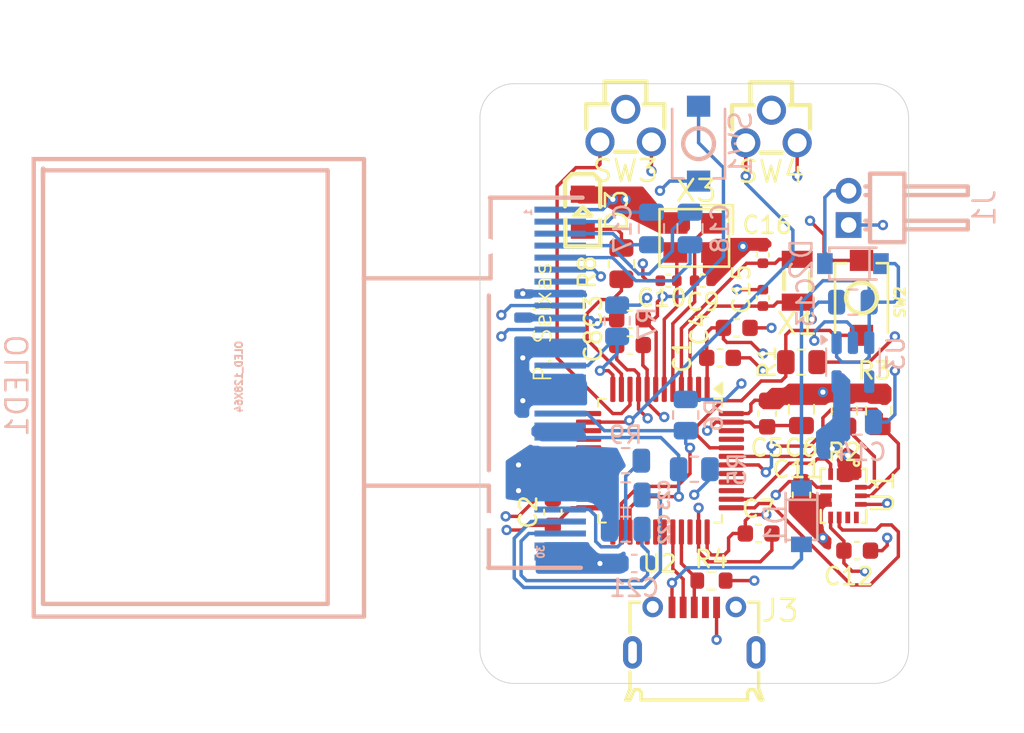
<source format=kicad_pcb>
(kicad_pcb (version 20240108) (generator "pcbnew") (generator_version "8.0")
  (layers (0 "F.Cu" signal) (1 "In1.Cu" power "GND") (2 "In2.Cu" power "PWR") (31 "B.Cu" signal) (34 "B.Paste" user) (35 "F.Paste" user) (36 "B.SilkS" user "B.Silkscreen") (37 "F.SilkS" user "F.Silkscreen") (38 "B.Mask" user) (39 "F.Mask" user) (44 "Edge.Cuts" user))
  (net 0 "")
  (net 1 "+3V3")
  (net 2 "GND")
  (net 3 "Net-(D1-A)")
  (net 4 "D-")
  (net 5 "D+")
  (net 7 "Net-(U2-PA0)")
  (net 8 "Net-(U2-NRST)")
  (net 9 "OSC_IN")
  (net 10 "OSC_OUT")
  (net 11 "VBUS")
  (net 12 "OSC32_IN")
  (net 13 "OSC32_OUT")
  (net 14 "Net-(OLED1-C2N)")
  (net 15 "Net-(OLED1-C2P)")
  (net 16 "Net-(OLED1-C1N)")
  (net 17 "Net-(OLED1-C1P)")
  (net 18 "Net-(OLED1-VCC)")
  (net 19 "Net-(OLED1-VCOMH)")
  (net 20 "Net-(D2-A)")
  (net 21 "Net-(U2-BOOT0)")
  (net 22 "SDA")
  (net 23 "SCL")
  (net 24 "SDA_2")
  (net 25 "SCL_2")
  (net 26 "RES")
  (net 27 "Net-(D3-A)")
  (net 28 "Net-(OLED1-IREF)")
  (net 32 "Net-(U2-PA4)")
  (net 35 "Net-(U2-PA1)")
  (net 40 "INT2")
  (net 47 "INT1")
  (footprint "Capacitor_SMD:C_0603_1608Metric" (layer "F.Cu") (at 53.75 79.5 -90)
    (property "Reference" "C11")
    (property "Value" "100nF")
  )
  (footprint "MountingHole:MountingHole_2.2mm_M2" (layer "F.Cu") (at 57.25 58.25)
    (property "Reference" "REF**" (hide yes))
    (property "Value" "MountingHole_2.2mm_M2")
  )
  (footprint "Resistor_SMD:R_0805_2012Metric" (layer "F.Cu") (at 58.25 74.5875 90)
    (property "Reference" "R3")
    (property "Value" "10kR")
  )
  (footprint "Watch-PCB-Lib:MICRO-USB-SMD_5P-P0.65-H-F_C10418" (layer "F.Cu") (at 47.5 87.36255)
    (property "Reference" "J3")
    (property "Value" "USB_B_Micro")
  )
  (footprint "Watch-PCB-Lib:SW-SMD_L3.9-W3.0-P4.45" (layer "F.Cu") (at 57.25 68 -90)
    (property "Reference" "SW2")
    (property "Value" "SW_Push")
  )
  (footprint "Watch-PCB-Lib:SW-Horz" (layer "F.Cu") (at 43.5 57.9499 180)
    (property "Reference" "SW3")
    (property "Value" "SW_Push")
  )
  (footprint "Capacitor_SMD:C_0603_1608Metric" (layer "F.Cu") (at 43.75 69.25 180)
    (property "Reference" "C8")
    (property "Value" "100nF")
  )
  (footprint "Capacitor_SMD:C_0603_1608Metric" (layer "F.Cu") (at 39.25 80.5 90)
    (property "Reference" "C2")
    (property "Value" "100nF")
  )
  (footprint "Watch-PCB-Lib:SW-Horz" (layer "F.Cu") (at 52 58 180)
    (property "Reference" "SW4")
    (property "Value" "SW_Push")
  )
  (footprint "Capacitor_SMD:C_0402_1005Metric" (layer "F.Cu") (at 46 67 180)
    (property "Reference" "C10")
    (property "Value" "10pF")
  )
  (footprint "Capacitor_SMD:C_0603_1608Metric" (layer "F.Cu") (at 57 82.75)
    (property "Reference" "C12")
    (property "Value" "100nF")
  )
  (footprint "Capacitor_SMD:C_0805_2012Metric" (layer "F.Cu") (at 53.75 74.5 -90)
    (property "Reference" "C6")
    (property "Value" "1uF")
  )
  (footprint "Watch-PCB-Lib:CRYSTAL-SMD_4P-L3.2-W2.5-BL" (layer "F.Cu") (at 47.5 64.5 180)
    (property "Reference" "X3")
    (property "Value" "TAXM8M4RDBCCT2T")
  )
  (footprint "Capacitor_SMD:C_0402_1005Metric" (layer "F.Cu") (at 51.5 68 90)
    (property "Reference" "C15")
    (property "Value" "15pF")
  )
  (footprint "Capacitor_SMD:C_0402_1005Metric" (layer "F.Cu") (at 51.5 65.5 90)
    (property "Reference" "C16")
    (property "Value" "15pF")
  )
  (footprint "Resistor_SMD:R_0805_2012Metric" (layer "F.Cu") (at 43.25 66 90)
    (property "Reference" "R8")
    (property "Value" "260")
  )
  (footprint "Watch-PCB-Lib:LGA-14_L3.0-W2.5-P0.50-TL" (layer "F.Cu") (at 56.2 79.5502 -90)
    (property "Reference" "U1")
    (property "Value" "LSM6DS3TR-C")
  )
  (footprint "Capacitor_SMD:C_0603_1608Metric" (layer "F.Cu") (at 51.75 74.75 -90)
    (property "Reference" "C5")
    (property "Value" "100nF")
  )
  (footprint "Capacitor_SMD:C_0603_1608Metric" (layer "F.Cu") (at 49 71.5)
    (property "Reference" "C1")
    (property "Value" "100nF")
  )
  (footprint "Capacitor_SMD:C_0402_1005Metric" (layer "F.Cu") (at 48 67)
    (property "Reference" "C9")
    (property "Value" "10pF")
  )
  (footprint "Resistor_SMD:R_0805_2012Metric" (layer "F.Cu") (at 56.25 74.5875 90)
    (property "Reference" "R2")
    (property "Value" "10kR")
  )
  (footprint "Resistor_SMD:R_0603_1608Metric" (layer "F.Cu") (at 48.5 84.5 180)
    (property "Reference" "R4")
    (property "Value" "1.5k")
  )
  (footprint "Package_QFP:LQFP-48_7x7mm_P0.5mm" (layer "F.Cu") (at 45.5 77.5 -90)
    (property "Reference" "U2")
    (property "Value" "STM32L072CBTx")
  )
  (footprint "MountingHole:MountingHole_2.2mm_M2" (layer "F.Cu") (at 57 87.75)
    (property "Reference" "REF**" (hide yes))
    (property "Value" "MountingHole_2.2mm_M2")
  )
  (footprint "Capacitor_SMD:C_0603_1608Metric" (layer "F.Cu") (at 43.75 70.75)
    (property "Reference" "C3")
    (property "Value" "100nF")
  )
  (footprint "Resistor_SMD:R_0805_2012Metric" (layer "F.Cu") (at 53.75 71.75 180)
    (property "Reference" "R1")
    (property "Value" "10kR")
  )
  (footprint "MountingHole:MountingHole_2.2mm_M2" (layer "F.Cu") (at 38 87.75)
    (property "Reference" "REF**" (hide yes))
    (property "Value" "MountingHole_2.2mm_M2")
  )
  (footprint "Watch-PCB-Lib:LED0805-R-RD" (layer "F.Cu") (at 41 63 -90)
    (property "Reference" "D3")
    (property "Value" "LED")
  )
  (footprint "Capacitor_SMD:C_0603_1608Metric" (layer "F.Cu") (at 49.975 69.75)
    (property "Reference" "C4")
    (property "Value" "10uF")
  )
  (footprint "Watch-PCB-Lib:FC-135R_L3.2-W1.5" (layer "F.Cu") (at 53.5 67 90)
    (property "Reference" "X1")
    (property "Value" "Q13FC1350000400")
  )
  (footprint "Capacitor_SMD:C_0603_1608Metric" (layer "F.Cu") (at 51.25 81.75)
    (property "Reference" "C7")
    (property "Value" "100nF")
  )
  (footprint "MountingHole:MountingHole_2.2mm_M2" (layer "F.Cu") (at 37.75 58.25)
    (property "Reference" "REF**" (hide yes))
    (property "Value" "MountingHole_2.2mm_M2")
  )
  (footprint "Watch-PCB-Lib:SOD-123_L2.7-W1.6-LS3.7-RD" (layer "B.Cu") (at 56.75 66 180)
    (property "Reference" "D2")
    (property "Value" "1N5819")
  )
  (footprint "Watch-PCB-Lib:SOD-123_L2.7-W1.6-LS3.7-RD" (layer "B.Cu") (at 53.75 80.75 -90)
    (property "Reference" "D1")
    (property "Value" "1N5819")
  )
  (footprint "Capacitor_SMD:C_0805_2012Metric" (layer "B.Cu") (at 57 75.25)
    (property "Reference" "C14")
    (property "Value" "1uF")
  )
  (footprint "Resistor_SMD:R_0805_2012Metric" (layer "B.Cu") (at 43 69.3375 -90)
    (property "Reference" "R7")
    (property "Value" "10kR")
  )
  (footprint "Watch-PCB-Lib:HDR-TH_2P-P2.00-H-M_2005WR-2P" (layer "B.Cu") (at 56.5 62.75 90)
    (property "Reference" "J1")
    (property "Value" "Conn_01x02_MountingPin")
  )
  (footprint "Capacitor_SMD:C_0805_2012Metric" (layer "B.Cu") (at 45 63.95 -90)
    (property "Reference" "C17")
    (property "Value" "1uF")
  )
  (footprint "Watch-PCB-Lib:OLED_0.96-30P-P0.70-12864" (layer "B.Cu") (at 39.6801 73 -90)
    (property "Reference" "OLED1")
    (property "Value" "N096-2864KSWEG01-H30")
  )
  (footprint "Capacitor_SMD:C_0805_2012Metric" (layer "B.Cu") (at 47.25 63.95 -90)
    (property "Reference" "C18")
    (property "Value" "1uF")
  )
  (footprint "Capacitor_SMD:C_0603_1608Metric" (layer "B.Cu") (at 44 83.5)
    (property "Reference" "C21")
    (property "Value" "100nF")
  )
  (footprint "Resistor_SMD:R_0805_2012Metric" (layer "B.Cu") (at 47.5 78)
    (property "Reference" "R5")
    (property "Value" "10kR")
  )
  (footprint "Resistor_SMD:R_0805_2012Metric" (layer "B.Cu") (at 47 74.8375 90)
    (property "Reference" "R6")
    (property "Value" "10kR")
  )
  (footprint "Package_TO_SOT_SMD:SOT-23-5" (layer "B.Cu") (at 56.75 71.75 -90)
    (property "Reference" "U3")
    (property "Value" "AP2112K-3.3")
  )
  (footprint "Capacitor_SMD:C_0805_2012Metric" (layer "B.Cu") (at 43.5 81.5)
    (property "Reference" "C22")
    (property "Value" "2uF")
  )
  (footprint "Capacitor_SMD:C_0805_2012Metric" (layer "B.Cu") (at 56.75 68.25 180)
    (property "Reference" "C13")
    (property "Value" "1uF")
  )
  (footprint "Resistor_SMD:R_0805_2012Metric" (layer "B.Cu") (at 43.5 77.5)
    (property "Reference" "R9")
    (property "Value" "390kR")
  )
  (footprint "Capacitor_SMD:C_0805_2012Metric" (layer "B.Cu") (at 43.5 79.5)
    (property "Reference" "C23")
    (property "Value" "1uF")
  )
  (footprint "Watch-PCB-Lib:SW-SMD_L3.9-W3.0-P4.45" (layer "B.Cu") (at 47.75 59 90)
    (property "Reference" "SW1")
    (property "Value" "SW_Push")
  )
  (gr_arc (start 58 55.5) (mid 59.414214 56.085786) (end 60 57.5) (stroke (width 0.05)) (layer "Edge.Cuts"))
  (gr_line (start 60 57.5) (end 60 88.5) (stroke (width 0.05)) (layer "Edge.Cuts"))
  (gr_arc (start 35 57.5) (mid 35.585786 56.085786) (end 37 55.5) (stroke (width 0.05)) (layer "Edge.Cuts"))
  (gr_arc (start 37 90.5) (mid 35.585786 89.914214) (end 35 88.5) (stroke (width 0.05)) (layer "Edge.Cuts"))
  (gr_arc (start 60 88.5) (mid 59.414214 89.914214) (end 58 90.5) (stroke (width 0.05)) (layer "Edge.Cuts"))
  (gr_line (start 35 88.5) (end 35 57.5) (stroke (width 0.05)) (layer "Edge.Cuts"))
  (gr_line (start 37 55.5) (end 58 55.5) (stroke (width 0.05)) (layer "Edge.Cuts"))
  (gr_line (start 58 90.5) (end 37 90.5) (stroke (width 0.05)) (layer "Edge.Cuts"))
  (gr_text "P. Seixas" (at 39.25 73 90) (layer "F.SilkS") (effects (font (size 1 1) (thickness 0.1)) (justify left bottom)))
  (segment (start 56.225 83.475) (end 56.225 82.75) (width 0.2) (layer "F.Cu") (net 1))
  (segment (start 51.025 73.975) (end 51.75 73.975) (width 0.2) (layer "F.Cu") (net 1))
  (segment (start 58.6998 80.0502) (end 58.75 80) (width 0.3) (layer "F.Cu") (net 1))
  (segment (start 50.475 81.75) (end 49.75 81.75) (width 0.2) (layer "F.Cu") (net 1))
  (segment (start 58 73.675) (end 58 73.5) (width 0.3) (layer "F.Cu") (net 1))
  (segment (start 40.35 80.25) (end 41.3375 80.25) (width 0.2) (layer "F.Cu") (net 1))
  (segment (start 49.75 81.75) (end 49.5 82) (width 0.2) (layer "F.Cu") (net 1))
  (segment (start 51.181371 80.648529) (end 51.1799 80.65) (width 0.2) (layer "F.Cu") (net 1))
  (segment (start 48.5 83) (end 48.25 82.75) (width 0.2) (layer "F.Cu") (net 1))
  (segment (start 53.75 78.725) (end 53.025 78.725) (width 0.2) (layer "F.Cu") (net 1))
  (segment (start 50.8 74.6) (end 50.8 74.2) (width 0.2) (layer "F.Cu") (net 1))
  (segment (start 51.1799 80.65) (end 50.825 80.65) (width 0.2) (layer "F.Cu") (net 1))
  (segment (start 50.8 70.6) (end 51.45 71.25) (width 0.2) (layer "F.Cu") (net 1))
  (segment (start 36.558559 81.547857) (end 37.452143 81.547857) (width 0.2) (layer "F.Cu") (net 1))
  (segment (start 55.1876 79.0502) (end 54.6502 79.0502) (width 0.2) (layer "F.Cu") (net 1))
  (segment (start 48.25 71.57) (end 48.18 71.5) (width 0.2) (layer "F.Cu") (net 1))
  (segment (start 55.875 73.55) (end 56 73.675) (width 0.3) (layer "F.Cu") (net 1))
  (segment (start 55.0651 65.3151) (end 55.5651 65.8151) (width 0.2) (layer "F.Cu") (net 1))
  (segment (start 49.4 70.6) (end 50.8 70.6) (width 0.2) (layer "F.Cu") (net 1))
  (segment (start 57.2124 80.0502) (end 58.6998 80.0502) (width 0.2) (layer "F.Cu") (net 1))
  (segment (start 54.325 78.725) (end 53.75 78.725) (width 0.2) (layer "F.Cu") (net 1))
  (segment (start 44.25 73.3375) (end 44.25 74.5) (width 0.2) (layer "F.Cu") (net 1))
  (segment (start 42.975 70.75) (end 42.975 71.593628) (width 0.2) (layer "F.Cu") (net 1))
  (segment (start 48.225 70.0375) (end 48.5125 69.75) (width 0.2) (layer "F.Cu") (net 1))
  (segment (start 54.6502 79.0502) (end 54.325 78.725) (width 0.2) (layer "F.Cu") (net 1))
  (segment (start 49.2 69.75) (end 49.2 70.4) (width 0.2) (layer "F.Cu") (net 1))
  (segment (start 44.25 72.45) (end 44.25 73.3375) (width 0.2) (layer "F.Cu") (net 1))
  (segment (start 55.5651 65.8151) (end 57.25 65.8151) (width 0.2) (layer "F.Cu") (net 1))
  (segment (start 49.325 84.5) (end 51 84.5) (width 0.2) (layer "F.Cu") (net 1))
  (segment (start 53.025 78.725) (end 52.25 79.5) (width 0.2) (layer "F.Cu") (net 1))
  (segment (start 56.225 82.19389) (end 56.225 82.75) (width 0.2) (layer "F.Cu") (net 1))
  (segment (start 49.5 82) (end 49.5 82.75) (width 0.2) (layer "F.Cu") (net 1))
  (segment (start 56.225 82.75) (end 56.3676 82.6074) (width 0.3) (layer "F.Cu") (net 1))
  (segment (start 49.5 82.75) (end 49.25 83) (width 0.2) (layer "F.Cu") (net 1))
  (segment (start 48.25 71.725) (end 48.475 71.5) (width 0.2) (layer "F.Cu") (net 1))
  (segment (start 42.975 71.593628) (end 43.581372 72.2) (width 0.2) (layer "F.Cu") (net 1))
  (segment (start 50.65 74.75) (end 50.8 74.6) (width 0.2) (layer "F.Cu") (net 1))
  (segment (start 50.8 74.2) (end 51.025 73.975) (width 0.2) (layer "F.Cu") (net 1))
  (segment (start 55.4499 80.8122) (end 55.4499 81.41879) (width 0.2) (layer "F.Cu") (net 1))
  (segment (start 50.475 81) (end 50.475 81.75) (width 0.2) (layer "F.Cu") (net 1))
  (segment (start 43.581372 72.2) (end 44 72.2) (width 0.2) (layer "F.Cu") (net 1))
  (segment (start 51.45 71.25) (end 51.5 71.25) (width 0.2) (layer "F.Cu") (net 1))
  (segment (start 41.3375 80.25) (end 42.17812 80.25) (width 0.3) (layer "F.Cu") (net 1))
  (segment (start 49.25 83) (end 48.5 83) (width 0.2) (layer "F.Cu") (net 1))
  (segment (start 55.0651 64.3151) (end 55.0651 65.3151) (width 0.2) (layer "F.Cu") (net 1))
  (segment (start 39.25 81.275) (end 39.325 81.275) (width 0.2) (layer "F.Cu") (net 1))
  (segment (start 49.6625 74.75) (end 50.65 74.75) (width 0.2) (layer "F.Cu") (net 1))
  (segment (start 56 73.675) (end 56 73.5) (width 0.5) (layer "F.Cu") (net 1))
  (segment (start 56.700735 83.950735) (end 56.225 83.475) (width 0.2) (layer "F.Cu") (net 1))
  (segment (start 50.825 80.65) (end 50.475 81) (width 0.2) (layer "F.Cu") (net 1))
  (segment (start 39.25 81.275) (end 38.977143 81.547857) (width 0.3) (layer "F.Cu") (net 1))
  (segment (start 57.450735 83.950735) (end 56.700735 83.950735) (width 0.2) (layer "F.Cu") (net 1))
  (segment (start 48.25 82.75) (end 48.25 81.6625) (width 0.2) (layer "F.Cu") (net 1))
  (segment (start 44 72.2) (end 44.25 72.45) (width 0.2) (layer "F.Cu") (net 1))
  (segment (start 37.452143 81.547857) (end 37.725 81.275) (width 0.2) (layer "F.Cu") (net 1))
  (segment (start 44.25 74.5) (end 44.778191 75.028191) (width 0.2) (layer "F.Cu") (net 1))
  (segment (start 51.701471 80.648529) (end 51.181371 80.648529) (width 0.2) (layer "F.Cu") (net 1))
  (segment (start 56.9501 78.2882) (end 56.9501 78.0499) (width 0.2) (layer "F.Cu") (net 1))
  (segment (start 37.725 81.275) (end 39.25 81.275) (width 0.2) (layer "F.Cu") (net 1))
  (segment (start 48.25 73.3375) (end 48.25 71.725) (width 0.2) (layer "F.Cu") (net 1))
  (segment (start 48.5125 69.75) (end 49.2 69.75) (width 0.2) (layer "F.Cu") (net 1))
  (segment (start 39.325 81.275) (end 40.35 80.25) (width 0.2) (layer "F.Cu") (net 1))
  (segment (start 55.4499 81.41879) (end 56.225 82.19389) (width 0.2) (layer "F.Cu") (net 1))
  (segment (start 49.2 70.4) (end 49.4 70.6) (width 0.2) (layer "F.Cu") (net 1))
  (segment (start 48.225 71.5) (end 48.225 70.0375) (width 0.2) (layer "F.Cu") (net 1))
  (segment (start 54.25 63.5) (end 55.0651 64.3151) (width 0.2) (layer "F.Cu") (net 1))
  (via (at 55.549265 76.799265) (size 0.6) (drill 0.3) (layers "F.Cu" "B.Cu") (net 1))
  (via (at 55 73.5) (size 0.6) (drill 0.3) (layers "F.Cu" "B.Cu") (net 1))
  (via (at 44.75 68) (size 0.6) (drill 0.3) (layers "F.Cu" "B.Cu") (net 1))
  (via (at 51 84.5) (size 0.6) (drill 0.3) (layers "F.Cu" "B.Cu") (net 1))
  (via (at 51.701471 80.648529) (size 0.6) (drill 0.3) (layers "F.Cu" "B.Cu") (net 1))
  (via (at 36.25 69) (size 0.6) (drill 0.3) (layers "F.Cu" "B.Cu") (net 1))
  (via (at 52.25 79.5) (size 0.6) (drill 0.3) (layers "F.Cu" "B.Cu") (net 1))
  (via (at 54.25 63.5) (size 0.6) (drill 0.3) (layers "F.Cu" "B.Cu") (net 1))
  (via (at 50.25 73) (size 0.6) (drill 0.3) (layers "F.Cu" "B.Cu") (net 1))
  (via (at 42.05 66.75) (size 0.6) (drill 0.3) (layers "F.Cu" "B.Cu") (net 1))
  (via (at 44.778191 75.028191) (size 0.6) (drill 0.3) (layers "F.Cu" "B.Cu") (net 1))
  (via (at 36.558559 81.547857) (size 0.6) (drill 0.3) (layers "F.Cu" "B.Cu") (net 1))
  (via (at 36.25 70.25) (size 0.6) (drill 0.3) (layers "F.Cu" "B.Cu") (net 1))
  (via (at 47.497017 79.491051) (size 0.6) (drill 0.3) (layers "F.Cu" "B.Cu") (net 1))
  (via (at 58.75 80) (size 0.6) (drill 0.3) (layers "F.Cu" "B.Cu") (net 1))
  (via (at 56.4499 77.1999) (size 0.6) (drill 0.3) (layers "F.Cu" "B.Cu") (net 1))
  (via (at 57.450735 83.950735) (size 0.6) (drill 0.3) (layers "F.Cu" "B.Cu") (net 1))
  (via (at 51.5 71.25) (size 0.6) (drill 0.3) (layers "F.Cu" "B.Cu") (net 1))
  (segment (start 49.325 73.925) (end 50.25 73) (width 0.2) (layer "B.Cu") (net 1))
  (segment (start 39.6798 66.35) (end 41.65 66.35) (width 0.2) (layer "B.Cu") (net 1))
  (segment (start 36.6501 69.8499) (end 36.25 70.25) (width 0.2) (layer "B.Cu") (net 1))
  (segment (start 48.4125 78.575568) (end 47.497017 79.491051) (width 0.2) (layer "B.Cu") (net 1))
  (segment (start 48.4125 78) (end 48.4125 78.575568) (width 0.2) (layer "B.Cu") (net 1))
  (segment (start 39.6798 68.4501) (end 36.7999 68.4501) (width 0.2) (layer "B.Cu") (net 1))
  (segment (start 39.6798 69.8499) (end 36.6501 69.8499) (width 0.2) (layer "B.Cu") (net 1))
  (segment (start 44.325 68.425) (end 43 68.425) (width 0.2) (layer "B.Cu") (net 1))
  (segment (start 43 68.425) (end 43.425 68) (width 0.2) (layer "B.Cu") (net 1))
  (segment (start 44.75 68) (end 44.325 68.425) (width 0.2) (layer "B.Cu") (net 1))
  (segment (start 47 73.925) (end 49.325 73.925) (width 0.2) (layer "B.Cu") (net 1))
  (segment (start 41.65 66.35) (end 42.05 66.75) (width 0.2) (layer "B.Cu") (net 1))
  (segment (start 36.7999 68.4501) (end 36.25 69) (width 0.2) (layer "B.Cu") (net 1))
  (segment (start 44.75 67) (end 44.5 66.75) (width 0.2) (layer "F.Cu") (net 2))
  (segment (start 58.75 82.45) (end 58.75 82) (width 0.2) (layer "F.Cu") (net 2))
  (segment (start 45.52 67) (end 44.75 67) (width 0.2) (layer "F.Cu") (net 2))
  (segment (start 47.75 82.815686) (end 47.75 81.6625) (width 0.2) (layer "F.Cu") (net 2))
  (segment (start 49.775 71.5) (end 50.75 71.5) (width 0.2) (layer "F.Cu") (net 2))
  (segment (start 37.25 80.75) (end 38.275 79.725) (width 0.2) (layer "F.Cu") (net 2))
  (segment (start 45.59259 74.95) (end 44.75 74.10741) (width 0.2) (layer "F.Cu") (net 2))
  (segment (start 50.02 67.52) (end 50 67.5) (width 0.2) (layer "F.Cu") (net 2))
  (segment (start 51.5 67.52) (end 50.02 67.52) (width 0.2) (layer "F.Cu") (net 2))
  (segment (start 47.75 81.6625) (end 47.75 80.25) (width 0.2) (layer "F.Cu") (net 2))
  (segment (start 36.5 80.75) (end 37.25 80.75) (width 0.2) (layer "F.Cu") (net 2))
  (segment (start 59.2 70.25) (end 57.7 71.75) (width 0.2) (layer "F.Cu") (net 2))
  (segment (start 58.45 82.75) (end 58.75 82.45) (width 0.2) (layer "F.Cu") (net 2))
  (segment (start 50.75 69.75) (end 52 69.75) (width 0.2) (layer "F.Cu") (net 2))
  (segment (start 45 58.8999) (end 45 60.6) (width 0.2) (layer "F.Cu") (net 2))
  (segment (start 50.75 75.25) (end 51.025 75.525) (width 0.2) (layer "F.Cu") (net 2))
  (segment (start 48.8 87.95) (end 48.8 86.56275) (width 0.2) (layer "F.Cu") (net 2))
  (segment (start 41.3125 79.725) (end 41.3375 79.75) (width 0.2) (layer "F.Cu") (net 2))
  (segment (start 44.5 71.934315) (end 44.5 70.775) (width 0.2) (layer "F.Cu") (net 2))
  (segment (start 44.75 72.184315) (end 44.5 71.934315) (width 0.2) (layer "F.Cu") (net 2))
  (segment (start 51.025 75.525) (end 51.75 75.525) (width 0.2) (layer "F.Cu") (net 2))
  (segment (start 51.35 83.4) (end 48.334314 83.4) (width 0.2) (layer "F.Cu") (net 2))
  (segment (start 48.25 75.75) (end 48.75 75.25) (width 0.2) (layer "F.Cu") (net 2))
  (segment (start 44.75 73.3375) (end 44.75 72.184315) (width 0.2) (layer "F.Cu") (net 2))
  (segment (start 50.75 71.5) (end 51.5 72.25) (width 0.2) (layer "F.Cu") (net 2))
  (segment (start 42.975 69.25) (end 42.0999 69.25) (width 0.2) (layer "F.Cu") (net 2))
  (segment (start 44.5 70.775) (end 44.525 70.75) (width 0.2) (layer "F.Cu") (net 2))
  (segment (start 51.825 75.45) (end 51.75 75.525) (width 0.2) (layer "F.Cu") (net 2))
  (segment (start 48.334314 83.4) (end 47.75 82.815686) (width 0.2) (layer "F.Cu") (net 2))
  (segment (start 42.0999 69.25) (end 41.8499 69.5) (width 0.2) (layer "F.Cu") (net 2))
  (segment (start 49.6625 75.25) (end 50.75 75.25) (width 0.2) (layer "F.Cu") (net 2))
  (segment (start 57.7 71.75) (end 54.6625 71.75) (width 0.2) (layer "F.Cu") (net 2))
  (segment (start 52.025 82.725) (end 51.35 83.4) (width 0.2) (layer "F.Cu") (net 2))
  (segment (start 57.775 82.75) (end 58.45 82.75) (width 0.2) (layer "F.Cu") (net 2))
  (segment (start 52.025 81.75) (end 52.025 82.725) (width 0.2) (layer "F.Cu") (net 2))
  (segment (start 53.5 58.95) (end 53.5 60.9) (width 0.2) (layer "F.Cu") (net 2))
  (segment (start 38.275 79.725) (end 39.25 79.725) (width 0.2) (layer "F.Cu") (net 2))
  (segment (start 53.75 75.45) (end 51.825 75.45) (width 0.2) (layer "F.Cu") (net 2))
  (segment (start 48.75 75.25) (end 49.6625 75.25) (width 0.2) (layer "F.Cu") (net 2))
  (segment (start 44.5 66.75) (end 44.5 66) (width 0.2) (layer "F.Cu") (net 2))
  (segment (start 45.75 74.95) (end 45.59259 74.95) (width 0.2) (layer "F.Cu") (net 2))
  (segment (start 44.75 74.10741) (end 44.75 73.3375) (width 0.2) (layer "F.Cu") (net 2))
  (segment (start 39.25 79.725) (end 41.3125 79.725) (width 0.2) (layer "F.Cu") (net 2))
  (via (at 52 69.75) (size 0.6) (drill 0.3) (layers "F.Cu" "B.Cu") (net 2))
  (via (at 42 83.5) (size 0.6) (drill 0.3) (layers "F.Cu" "B.Cu") (net 2))
  (via (at 50.337237 65) (size 0.6) (drill 0.3) (layers "F.Cu" "B.Cu") (net 2))
  (via (at 55 82) (size 0.6) (drill 0.3) (layers "F.Cu" "B.Cu") (net 2))
  (via (at 50 67.5) (size 0.6) (drill 0.3) (layers "F.Cu" "B.Cu") (net 2))
  (via (at 58.75 82) (size 0.6) (drill 0.3) (layers "F.Cu" "B.Cu") (net 2))
  (via (at 54.35 69.250102) (size 0.6) (drill 0.3) (layers "F.Cu" "B.Cu") (net 2))
  (via (at 37.25 77.75) (size 0.6) (drill 0.3) (layers "F.Cu" "B.Cu") (net 2))
  (via (at 51.5 72.25) (size 0.6) (drill 0.3) (layers "F.Cu" "B.Cu") (net 2))
  (via (at 59.2 72.25) (size 0.6) (drill 0.3) (layers "F.Cu" "B.Cu") (net 2))
  (via (at 53.5 60.9) (size 0.6) (drill 0.3) (layers "F.Cu" "B.Cu") (net 2))
  (via (at 54.5 70.5) (size 0.6) (drill 0.3) (layers "F.Cu" "B.Cu") (net 2))
  (via (at 42.75 62.25) (size 0.6) (drill 0.3) (layers "F.Cu" "B.Cu") (net 2))
  (via (at 58.5 63.75) (size 0.6) (drill 0.3) (layers "F.Cu" "B.Cu") (net 2))
  (via (at 37.5 67.75) (size 0.6) (drill 0.3) (layers "F.Cu" "B.Cu") (net 2))
  (via (at 37.5 71.5) (size 0.6) (drill 0.3) (layers "F.Cu" "B.Cu") (net 2))
  (via (at 37.25 79.25) (size 0.6) (drill 0.3) (layers "F.Cu" "B.Cu") (net 2))
  (via (at 45.75 74.95) (size 0.6) (drill 0.3) (layers "F.Cu" "B.Cu") (net 2))
  (via (at 45 60.6) (size 0.6) (drill 0.3) (layers "F.Cu" "B.Cu") (net 2))
  (via (at 41.8499 69.5) (size 0.6) (drill 0.3) (layers "F.Cu" "B.Cu") (net 2))
  (via (at 48.25 75.75) (size 0.6) (drill 0.3) (layers "F.Cu" "B.Cu") (net 2))
  (via (at 36.5 80.75) (size 0.6) (drill 0.3) (layers "F.Cu" "B.Cu") (net 2))
  (via (at 59.2 70.25) (size 0.6) (drill 0.3) (layers "F.Cu" "B.Cu") (net 2))
  (via (at 47.75 80.25) (size 0.6) (drill 0.3) (layers "F.Cu" "B.Cu") (net 2))
  (via (at 45.5 61.75) (size 0.6) (drill 0.3) (layers "F.Cu" "B.Cu") (net 2))
  (via (at 44.5 66) (size 0.6) (drill 0.3) (layers "F.Cu" "B.Cu") (net 2))
  (via (at 48.8 87.95) (size 0.6) (drill 0.3) (layers "F.Cu" "B.Cu") (net 2))
  (via (at 37.5 74) (size 0.6) (drill 0.3) (layers "F.Cu" "B.Cu") (net 2))
  (via (at 43.5 62.25) (size 0.6) (drill 0.3) (layers "F.Cu" "B.Cu") (net 2))
  (segment (start 54.5 70) (end 55.1 69.4) (width 0.2) (layer "B.Cu") (net 2))
  (segment (start 56.75 69.75) (end 56.75 70.6125) (width 0.2) (layer "B.Cu") (net 2))
  (segment (start 55.8 68.25) (end 54.75 68.25) (width 0.2) (layer "B.Cu") (net 2))
  (segment (start 46.0651 61.1849) (end 47.75 61.1849) (width 0.2) (layer "B.Cu") (net 2))
  (segment (start 42.75 62.25) (end 42.1501 62.8499) (width 0.2) (layer "B.Cu") (net 2))
  (segment (start 57.95 75.25) (end 58.75 75.25) (width 0.2) (layer "B.Cu") (net 2))
  (segment (start 45.5 61.75) (end 46.0651 61.1849) (width 0.2) (layer "B.Cu") (net 2))
  (segment (start 41.8499 69.5) (end 41.5 69.1501) (width 0.2) (layer "B.Cu") (net 2))
  (segment (start 54.75 68.25) (end 54.35 68.65) (width 0.2) (layer "B.Cu") (net 2))
  (segment (start 59.2 74.8) (end 59.2 72.25) (width 0.2) (layer "B.Cu") (net 2))
  (segment (start 42.1501 62.8499) (end 39.6778 62.8499) (width 0.2) (layer "B.Cu") (net 2))
  (segment (start 41.5 69.1501) (end 39.75 69.1501) (width 0.2) (layer "B.Cu") (net 2))
  (segment (start 54.35 68.65) (end 54.35 69.250102) (width 0.2) (layer "B.Cu") (net 2))
  (segment (start 54.5 70.5) (end 54.5 70) (width 0.2) (layer "B.Cu") (net 2))
  (segment (start 55.1 69.4) (end 56.4 69.4) (width 0.2) (layer "B.Cu") (net 2))
  (segment (start 58.5 63.75) (end 56.5 63.75) (width 0.2) (layer "B.Cu") (net 2))
  (segment (start 58.75 75.25) (end 59.2 74.8) (width 0.2) (layer "B.Cu") (net 2))
  (segment (start 56.4 69.4) (end 56.75 69.75) (width 0.2) (layer "B.Cu") (net 2))
  (segment (start 46.2 84.632108) (end 46.2 86.06275) (width 0.2) (layer "F.Cu") (net 3))
  (via (at 46.2 84.632108) (size 0.6) (drill 0.3) (layers "F.Cu" "B.Cu") (net 3))
  (segment (start 53.25 83.75) (end 53.75 83.25) (width 0.2) (layer "B.Cu") (net 3))
  (segment (start 53.75 83.25) (end 53.75 82.385) (width 0.2) (layer "B.Cu") (net 3))
  (segment (start 46.2 84.632108) (end 47.082108 83.75) (width 0.2) (layer "B.Cu") (net 3))
  (segment (start 47.082108 83.75) (end 53.25 83.75) (width 0.2) (layer "B.Cu") (net 3))
  (segment (start 46.25 83.815686) (end 46.85 84.415686) (width 0.2) (layer "F.Cu") (net 4))
  (segment (start 46.25 82.25) (end 46.25 81.6625) (width 0.2) (layer "F.Cu") (net 4))
  (segment (start 46.25 81.6625) (end 46.25 83.815686) (width 0.2) (layer "F.Cu") (net 4))
  (segment (start 46.275 82.275) (end 46.25 82.25) (width 0.2) (layer "F.Cu") (net 4))
  (segment (start 46.85 84.415686) (end 46.85 86.06275) (width 0.2) (layer "F.Cu") (net 4))
  (segment (start 47.5 84.25) (end 46.75 83.5) (width 0.2) (layer "F.Cu") (net 5))
  (segment (start 46.75 82.25) (end 46.75 81.6625) (width 0.2) (layer "F.Cu") (net 5))
  (segment (start 46.75 83.5) (end 46.75 81.6625) (width 0.2) (layer "F.Cu") (net 5))
  (segment (start 46.725 82.275) (end 46.75 82.25) (width 0.2) (layer "F.Cu") (net 5))
  (segment (start 47.5 86.06275) (end 47.5 84.25) (width 0.2) (layer "F.Cu") (net 5))
  (segment (start 40.6 60.4) (end 39.5 61.5) (width 0.2) (layer "F.Cu") (net 7))
  (segment (start 43.75 74.25) (end 43.25 74.75) (width 0.2) (layer "F.Cu") (net 7))
  (segment (start 41.8 60.4) (end 40.6 60.4) (width 0.2) (layer "F.Cu") (net 7))
  (segment (start 43.75 73.3375) (end 43.75 74.25) (width 0.2) (layer "F.Cu") (net 7))
  (segment (start 43.25 74.75) (end 42.75 74.75) (width 0.2) (layer "F.Cu") (net 7))
  (segment (start 42.75 74.75) (end 39.5 71.5) (width 0.2) (layer "F.Cu") (net 7))
  (segment (start 42 58.8999) (end 42 60.2) (width 0.2) (layer "F.Cu") (net 7))
  (segment (start 39.5 71.5) (end 39.5 61.5) (width 0.2) (layer "F.Cu") (net 7))
  (segment (start 42 60.2) (end 41.8 60.4) (width 0.2) (layer "F.Cu") (net 7))
  (segment (start 45.275 70) (end 44.525 69.25) (width 0.2) (layer "F.Cu") (net 8))
  (segment (start 45.15 69.25) (end 45.35 69.05) (width 0.2) (layer "F.Cu") (net 8))
  (segment (start 45.25 73.3375) (end 45.275 73.3125) (width 0.2) (layer "F.Cu") (net 8))
  (segment (start 45.66538 68.10962) (end 45.66538 67.91538) (width 0.2) (layer "F.Cu") (net 8))
  (segment (start 45.35 68.23076) (end 45.66538 67.91538) (width 0.2) (layer "F.Cu") (net 8))
  (segment (start 45.35 69.05) (end 45.35 68.23076) (width 0.2) (layer "F.Cu") (net 8))
  (segment (start 45.275 73.3125) (end 45.275 70) (width 0.2) (layer "F.Cu") (net 8))
  (segment (start 44.525 69.25) (end 45.15 69.25) (width 0.2) (layer "F.Cu") (net 8))
  (via (at 45.66538 67.91538) (size 0.6) (drill 0.3) (layers "F.Cu" "B.Cu") (net 8))
  (segment (start 45.66538 67.91538) (end 46.88462 67.91538) (width 0.2) (layer "B.Cu") (net 8))
  (segment (start 46.88462 67.91538) (end 49.2 65.6) (width 0.2) (layer "B.Cu") (net 8))
  (segment (start 49.2 65.6) (end 49.2 60.4) (width 0.2) (layer "B.Cu") (net 8))
  (segment (start 49.2 60.4) (end 47.75 58.95) (width 0.2) (layer "B.Cu") (net 8))
  (segment (start 47.75 58.95) (end 47.75 56.8151) (width 0.2) (layer "B.Cu") (net 8))
  (segment (start 46.25 69.5) (end 47.52 68.23) (width 0.2) (layer "F.Cu") (net 9))
  (segment (start 47.52 67) (end 47.52 64.6301) (width 0.2) (layer "F.Cu") (net 9))
  (segment (start 47.52 68.23) (end 47.52 67) (width 0.2) (layer "F.Cu") (net 9))
  (segment (start 46.25 69.5) (end 46.25 73.3375) (width 0.2) (layer "F.Cu") (net 9))
  (segment (start 47.52 64.6301) (end 48.5001 63.65) (width 0.2) (layer "F.Cu") (net 9))
  (segment (start 48.5001 63.65) (end 48.6001 63.65) (width 0.2) (layer "F.Cu") (net 9))
  (segment (start 48.9301 63.98) (end 48.6001 63.65) (width 0.2) (layer "F.Cu") (net 9))
  (segment (start 46.48 67) (end 46.48 68.52) (width 0.2) (layer "F.Cu") (net 10))
  (segment (start 45.75 69.25) (end 45.75 73.3375) (width 0.2) (layer "F.Cu") (net 10))
  (segment (start 46.48 68.52) (end 45.75 69.25) (width 0.2) (layer "F.Cu") (net 10))
  (segment (start 46.48 65.4301) (end 46.3999 65.35) (width 0.2) (layer "F.Cu") (net 10))
  (segment (start 46.48 67) (end 46.48 65.4301) (width 0.2) (layer "F.Cu") (net 10))
  (segment (start 59.15 68.25) (end 59.4 68) (width 0.2) (layer "B.Cu") (net 11))
  (segment (start 59.2 66) (end 58.385 66) (width 0.2) (layer "B.Cu") (net 11))
  (segment (start 56.1125 71.75) (end 55.8 71.4375) (width 0.2) (layer "B.Cu") (net 11))
  (segment (start 53.75 79.115) (end 53.75 68.25) (width 0.2) (layer "B.Cu") (net 11))
  (segment (start 57.7 71.44375) (end 57.39375 71.75) (width 0.2) (layer "B.Cu") (net 11))
  (segment (start 59.4 66.2) (end 59.2 66) (width 0.2) (layer "B.Cu") (net 11))
  (segment (start 59.4 68) (end 59.4 66.2) (width 0.2) (layer "B.Cu") (net 11))
  (segment (start 53.75 68.25) (end 55 67) (width 0.2) (layer "B.Cu") (net 11))
  (segment (start 57.7 68.25) (end 57.7 70.6125) (width 0.2) (layer "B.Cu") (net 11))
  (segment (start 55.8 71.4375) (end 55.8 70.6125) (width 0.2) (layer "B.Cu") (net 11))
  (segment (start 55 67) (end 57.5 67) (width 0.2) (layer "B.Cu") (net 11))
  (segment (start 57.39375 71.75) (end 56.1125 71.75) (width 0.2) (layer "B.Cu") (net 11))
  (segment (start 57.7 68.25) (end 59.15 68.25) (width 0.2) (layer "B.Cu") (net 11))
  (segment (start 57.75 68.2) (end 57.7 68.25) (width 0.2) (layer "B.Cu") (net 11))
  (segment (start 57.7 70.6125) (end 57.7 71.44375) (width 0.2) (layer "B.Cu") (net 11))
  (segment (start 57.7 67.2) (end 57.7 68.25) (width 0.2) (layer "B.Cu") (net 11))
  (segment (start 57.5 67) (end 57.7 67.2) (width 0.2) (layer "B.Cu") (net 11))
  (segment (start 48.645 68.48) (end 51.5 68.48) (width 0.2) (layer "F.Cu") (net 12))
  (segment (start 47.25 73.3375) (end 47.25 69.875) (width 0.2) (layer "F.Cu") (net 12))
  (segment (start 52.3499 68.2501) (end 53.5001 68.2501) (width 0.2) (layer "F.Cu") (net 12))
  (segment (start 52.12 68.48) (end 52.3499 68.2501) (width 0.2) (layer "F.Cu") (net 12))
  (segment (start 51.5 68.48) (end 52.12 68.48) (width 0.2) (layer "F.Cu") (net 12))
  (segment (start 47.25 69.875) (end 48.645 68.48) (width 0.2) (layer "F.Cu") (net 12))
  (segment (start 50.552619 65.98) (end 51.5 65.98) (width 0.2) (layer "F.Cu") (net 13))
  (segment (start 51.5 65.98) (end 52.22 65.98) (width 0.2) (layer "F.Cu") (net 13))
  (segment (start 46.75 73.3375) (end 46.75 69.782619) (width 0.2) (layer "F.Cu") (net 13))
  (segment (start 52.4501 65.7499) (end 53.5001 65.7499) (width 0.2) (layer "F.Cu") (net 13))
  (segment (start 52.22 65.98) (end 52.4501 65.7499) (width 0.2) (layer "F.Cu") (net 13))
  (segment (start 46.75 69.782619) (end 50.552619 65.98) (width 0.2) (layer "F.Cu") (net 13))
  (segment (start 44.95 64.95) (end 45 64.9) (width 0.2) (layer "B.Cu") (net 14))
  (segment (start 43.4 64.9) (end 42.75 64.25) (width 0.2) (layer "B.Cu") (net 14))
  (segment (start 45 64.9) (end 43.4 64.9) (width 0.2) (layer "B.Cu") (net 14))
  (segment (start 42.75 64.25) (end 39.6798 64.25) (width 0.2) (layer "B.Cu") (net 14))
  (segment (start 43 63) (end 42.4501 63.5499) (width 0.2) (layer "B.Cu") (net 15))
  (segment (start 42.4501 63.5499) (end 39.6798 63.5499) (width 0.2) (layer "B.Cu") (net 15))
  (segment (start 45 63) (end 43 63) (width 0.2) (layer "B.Cu") (net 15))
  (segment (start 46.25 67) (end 44.085785 67) (width 0.2) (layer "B.Cu") (net 16))
  (segment (start 42.735785 65.65) (end 39.6798 65.65) (width 0.2) (layer "B.Cu") (net 16))
  (segment (start 47.25 64.9) (end 47.25 66) (width 0.2) (layer "B.Cu") (net 16))
  (segment (start 47.25 66) (end 46.25 67) (width 0.2) (layer "B.Cu") (net 16))
  (segment (start 44.085785 67) (end 42.735785 65.65) (width 0.2) (layer "B.Cu") (net 16))
  (segment (start 44.875 66.6) (end 44.251471 66.6) (width 0.2) (layer "B.Cu") (net 17))
  (segment (start 44.251471 66.6) (end 42.601471 64.95) (width 0.2) (layer "B.Cu") (net 17))
  (segment (start 46.225 64.025) (end 47.25 63) (width 0.2) (layer "B.Cu") (net 17))
  (segment (start 46.225 65.25) (end 46.225 64.025) (width 0.2) (layer "B.Cu") (net 17))
  (segment (start 46.225 65.25) (end 44.875 66.6) (width 0.2) (layer "B.Cu") (net 17))
  (segment (start 42.601471 64.95) (end 39.6798 64.95) (width 0.2) (layer "B.Cu") (net 17))
  (segment (start 44.45 82.45) (end 44.8 82.8) (width 0.2) (layer "B.Cu") (net 18))
  (segment (start 37.717157 84.5) (end 37.4 84.182843) (width 0.2) (layer "B.Cu") (net 18))
  (segment (start 37.4 84.182843) (end 37.4 82.195486) (width 0.2) (layer "B.Cu") (net 18))
  (segment (start 44.434314 84.5) (end 37.717157 84.5) (width 0.2) (layer "B.Cu") (net 18))
  (segment (start 37.845486 81.75) (end 39.6814 81.75) (width 0.2) (layer "B.Cu") (net 18))
  (segment (start 44.45 81.5) (end 44.45 82.45) (width 0.2) (layer "B.Cu") (net 18))
  (segment (start 44.775 84.159314) (end 44.434314 84.5) (width 0.2) (layer "B.Cu") (net 18))
  (segment (start 37.4 82.195486) (end 37.845486 81.75) (width 0.2) (layer "B.Cu") (net 18))
  (segment (start 44.8 83.475) (end 44.775 83.5) (width 0.2) (layer "B.Cu") (net 18))
  (segment (start 44.8 82.8) (end 44.8 83.475) (width 0.2) (layer "B.Cu") (net 18))
  (segment (start 44.775 83.5) (end 44.775 84.159314) (width 0.2) (layer "B.Cu") (net 18))
  (segment (start 37 84.348529) (end 37 82.0298) (width 0.2) (layer "B.Cu") (net 19))
  (segment (start 37.9798 81.05) (end 39.6798 81.05) (width 0.2) (layer "B.Cu") (net 19))
  (segment (start 45.525 79.725) (end 45.525 83.975) (width 0.2) (layer "B.Cu") (net 19))
  (segment (start 37 82.0298) (end 37.9798 81.05) (width 0.2) (layer "B.Cu") (net 19))
  (segment (start 45.3 79.5) (end 45.525 79.725) (width 0.2) (layer "B.Cu") (net 19))
  (segment (start 37.551471 84.9) (end 37 84.348529) (width 0.2) (layer "B.Cu") (net 19))
  (segment (start 45.525 83.975) (end 44.6 84.9) (width 0.2) (layer "B.Cu") (net 19))
  (segment (start 44.6 84.9) (end 37.551471 84.9) (width 0.2) (layer "B.Cu") (net 19))
  (segment (start 44.45 79.5) (end 45.3 79.5) (width 0.2) (layer "B.Cu") (net 19))
  (segment (start 55.115 62.135) (end 55.5 61.75) (width 0.2) (layer "B.Cu") (net 20))
  (segment (start 55.5 61.75) (end 56.5 61.75) (width 0.2) (layer "B.Cu") (net 20))
  (segment (start 55.115 66) (end 55.115 62.135) (width 0.2) (layer "B.Cu") (net 20))
  (segment (start 52.8375 72.5875) (end 52.8375 70.1625) (width 0.2) (layer "F.Cu") (net 21))
  (segment (start 51.4 72.85) (end 52.575 72.85) (width 0.2) (layer "F.Cu") (net 21))
  (segment (start 47.65 75.49259) (end 49.14259 74) (width 0.2) (layer "F.Cu") (net 21))
  (segment (start 52.5 71.75) (end 52.75 71.5) (width 0.2) (layer "F.Cu") (net 21))
  (segment (start 50.25 74) (end 51.4 72.85) (width 0.2) (layer "F.Cu") (net 21))
  (segment (start 55.4 69.9) (end 55.6849 70.1849) (width 0.2) (layer "F.Cu") (net 21))
  (segment (start 49.14259 74) (end 50.25 74) (width 0.2) (layer "F.Cu") (net 21))
  (segment (start 52.575 72.85) (end 52.8375 72.5875) (width 0.2) (layer "F.Cu") (net 21))
  (segment (start 49.6625 76.75) (end 48.401471 76.75) (width 0.2) (layer "F.Cu") (net 21))
  (segment (start 55.6849 70.1849) (end 57.25 70.1849) (width 0.2) (layer "F.Cu") (net 21))
  (segment (start 52.8375 70.1625) (end 53.1 69.9) (width 0.2) (layer "F.Cu") (net 21))
  (segment (start 53.1 69.9) (end 55.4 69.9) (width 0.2) (layer "F.Cu") (net 21))
  (segment (start 47.65 75.998529) (end 47.65 75.49259) (width 0.2) (layer "F.Cu") (net 21))
  (segment (start 48.401471 76.75) (end 47.65 75.998529) (width 0.2) (layer "F.Cu") (net 21))
  (segment (start 58 78.774414) (end 58 77.25) (width 0.2) (layer "F.Cu") (net 22))
  (segment (start 58 77.25) (end 56.25 75.5) (width 0.2) (layer "F.Cu") (net 22))
  (segment (start 56.25 75.5) (end 55.999999 75.5) (width 0.2) (layer "F.Cu") (net 22))
  (segment (start 54.249999 77.25) (end 49.6625 77.25) (width 0.2) (layer "F.Cu") (net 22))
  (segment (start 57.724214 79.0502) (end 58 78.774414) (width 0.2) (layer "F.Cu") (net 22))
  (segment (start 55.999999 75.5) (end 54.249999 77.25) (width 0.2) (layer "F.Cu") (net 22))
  (segment (start 57.2124 79.0502) (end 57.724214 79.0502) (width 0.2) (layer "F.Cu") (net 22))
  (segment (start 57.2124 79.0502) (end 57.4099 79.0502) (width 0.2) (layer "F.Cu") (net 22))
  (segment (start 58.4 74.8) (end 58.1 74.5) (width 0.2) (layer "F.Cu") (net 23))
  (segment (start 59.4 76.5) (end 58.4 75.5) (width 0.2) (layer "F.Cu") (net 23))
  (segment (start 58.4 75.5) (end 58.4 74.8) (width 0.2) (layer "F.Cu") (net 23))
  (segment (start 51.675 78.175) (end 51.25 77.75) (width 0.2) (layer "F.Cu") (net 23))
  (segment (start 51.25 77.75) (end 49.6625 77.75) (width 0.2) (layer "F.Cu") (net 23))
  (segment (start 55 75.002756) (end 55 75.875) (width 0.2) (layer "F.Cu") (net 23))
  (segment (start 57.2124 79.5501) (end 57.79 79.5501) (width 0.2) (layer "F.Cu") (net 23))
  (segment (start 55.502756 74.5) (end 55 75.002756) (width 0.2) (layer "F.Cu") (net 23))
  (segment (start 59.4 77.9401) (end 59.4 76.5) (width 0.2) (layer "F.Cu") (net 23))
  (segment (start 58.1 74.5) (end 55.502756 74.5) (width 0.2) (layer "F.Cu") (net 23))
  (segment (start 54.225 76.65) (end 52 76.65) (width 0.2) (layer "F.Cu") (net 23))
  (segment (start 57.79 79.5501) (end 59.4 77.9401) (width 0.2) (layer "F.Cu") (net 23))
  (segment (start 55 75.875) (end 54.225 76.65) (width 0.2) (layer "F.Cu") (net 23))
  (via (at 51.675 78.175) (size 0.6) (drill 0.3) (layers "F.Cu" "B.Cu") (net 23))
  (via (at 52 76.65) (size 0.6) (drill 0.3) (layers "F.Cu" "B.Cu") (net 23))
  (segment (start 52 77.85) (end 51.675 78.175) (width 0.2) (layer "B.Cu") (net 23))
  (segment (start 52 76.65) (end 52 77.85) (width 0.2) (layer "B.Cu") (net 23))
  (segment (start 43.75 80.25) (end 43.75 81.6625) (width 0.2) (layer "F.Cu") (net 24))
  (segment (start 46.6 79.6) (end 44.4 79.6) (width 0.2) (layer "F.Cu") (net 24))
  (segment (start 44.4 79.6) (end 43.75 80.25) (width 0.2) (layer "F.Cu") (net 24))
  (via (at 46.6 79.6) (size 0.6) (drill 0.3) (layers "F.Cu" "B.Cu") (net 24))
  (segment (start 45.55 76.15) (end 42.65 76.15) (width 0.2) (layer "B.Cu") (net 24))
  (segment (start 42.65 76.15) (end 42.6499 76.1501) (width 0.2) (layer "B.Cu") (net 24))
  (segment (start 46.5875 77.1875) (end 45.55 76.15) (width 0.2) (layer "B.Cu") (net 24))
  (segment (start 46.6 79.6) (end 46.5875 79.5875) (width 0.2) (layer "B.Cu") (net 24))
  (segment (start 42.6499 76.1501) (end 39.6798 76.1501) (width 0.2) (layer "B.Cu") (net 24))
  (segment (start 46.5875 79.5875) (end 46.5875 77.1875) (width 0.2) (layer "B.Cu") (net 24))
  (segment (start 47.25 78.25) (end 46.5 79) (width 0.2) (layer "F.Cu") (net 25))
  (segment (start 47.25 76.75) (end 47.25 78.25) (width 0.2) (layer "F.Cu") (net 25))
  (segment (start 43.25 80) (end 43.25 81.6625) (width 0.2) (layer "F.Cu") (net 25))
  (segment (start 44.25 79) (end 43.25 80) (width 0.2) (layer "F.Cu") (net 25))
  (segment (start 46.5 79) (end 44.25 79) (width 0.2) (layer "F.Cu") (net 25))
  (via (at 47.25 76.75) (size 0.6) (drill 0.3) (layers "F.Cu" "B.Cu") (net 25))
  (segment (start 47 76.5) (end 47.25 76.75) (width 0.2) (layer "B.Cu") (net 25))
  (segment (start 42.25495 75.75) (end 41.25505 74.7501) (width 0.2) (layer "B.Cu") (net 25))
  (segment (start 46.75 75.75) (end 42.25495 75.75) (width 0.2) (layer "B.Cu") (net 25))
  (segment (start 47 75.75) (end 47 76.5) (width 0.2) (layer "B.Cu") (net 25))
  (segment (start 41.25505 74.7501) (end 39.6798 74.7501) (width 0.2) (layer "B.Cu") (net 25))
  (segment (start 42.75 72.5) (end 42.75 73.3375) (width 0.2) (layer "F.Cu") (net 26))
  (segment (start 42.5 72.25) (end 42.75 72.5) (width 0.2) (layer "F.Cu") (net 26))
  (segment (start 42 72.25) (end 42.5 72.25) (width 0.2) (layer "F.Cu") (net 26))
  (via (at 42 72.25) (size 0.6) (drill 0.3) (layers "F.Cu" "B.Cu") (net 26))
  (segment (start 41.3 71.95) (end 39.6798 71.95) (width 0.2) (layer "B.Cu") (net 26))
  (segment (start 42 72.25) (end 43 71.25) (width 0.2) (layer "B.Cu") (net 26))
  (segment (start 43 70.25) (end 41.3 71.95) (width 0.2) (layer "B.Cu") (net 26))
  (segment (start 43 71.25) (end 43 70.25) (width 0.2) (layer "B.Cu") (net 26))
  (segment (start 42.75 70.25) (end 43 70.25) (width 0.2) (layer "B.Cu") (net 26))
  (segment (start 43 64) (end 41.0503 64) (width 0.2) (layer "F.Cu") (net 27))
  (segment (start 43.25 64.25) (end 43 64) (width 0.2) (layer "F.Cu") (net 27))
  (segment (start 41.0503 64) (end 41 64.0503) (width 0.3) (layer "F.Cu") (net 27))
  (segment (start 41 61.9497) (end 40.4497 61.9497) (width 0.3) (layer "F.Cu") (net 27))
  (segment (start 43.25 65.0875) (end 43.25 64.25) (width 0.2) (layer "F.Cu") (net 27))
  (segment (start 41.75 80.7202) (end 41.75 82.209744) (width 0.2) (layer "B.Cu") (net 28))
  (segment (start 43.034744 82.525) (end 43.5 82.059744) (width 0.2) (layer "B.Cu") (net 28))
  (segment (start 41.75 82.209744) (end 42.065256 82.525) (width 0.2) (layer "B.Cu") (net 28))
  (segment (start 42.065256 82.525) (end 43.034744 82.525) (width 0.2) (layer "B.Cu") (net 28))
  (segment (start 41.3798 80.35) (end 41.75 80.7202) (width 0.2) (layer "B.Cu") (net 28))
  (segment (start 39.6798 80.35) (end 41.3798 80.35) (width 0.2) (layer "B.Cu") (net 28))
  (segment (start 43.5 82.059744) (end 43.5 78.4125) (width 0.2) (layer "B.Cu") (net 28))
  (segment (start 43.5 78.4125) (end 44.4125 77.5) (width 0.2) (layer "B.Cu") (net 28))
  (segment (start 43.707853 75.15) (end 43.607853 75.25) (width 0.2) (layer "F.Cu") (net 32))
  (segment (start 50.5 60.9) (end 50.5 58.95) (width 0.2) (layer "F.Cu") (net 32))
  (segment (start 43.607853 75.25) (end 41.3375 75.25) (width 0.2) (layer "F.Cu") (net 32))
  (via (at 50.5 60.9) (size 0.6) (drill 0.3) (layers "F.Cu" "B.Cu") (net 32))
  (via (at 43.707853 75.15) (size 0.6) (drill 0.3) (layers "F.Cu" "B.Cu") (net 32))
  (segment (start 43.807853 75.15) (end 43.707853 75.15) (width 0.2) (layer "B.Cu") (net 32))
  (segment (start 50.5 60.9) (end 50.5 61.3) (width 0.2) (layer "B.Cu") (net 32))
  (segment (start 53.25 65.707853) (end 43.807853 75.15) (width 0.2) (layer "B.Cu") (net 32))
  (segment (start 50.5 61.3) (end 53.25 64.05) (width 0.2) (layer "B.Cu") (net 32))
  (segment (start 53.25 64.05) (end 53.25 65.707853) (width 0.2) (layer "B.Cu") (net 32))
  (segment (start 43.25 73.3375) (end 43.25 72.434314) (width 0.2) (layer "F.Cu") (net 35))
  (segment (start 41.2499 70.434214) (end 41.2499 68.901571) (width 0.2) (layer "F.Cu") (net 35))
  (segment (start 43.25 67.5875) (end 43.25 66.9125) (width 0.2) (layer "F.Cu") (net 35))
  (segment (start 43.25 72.434314) (end 41.2499 70.434214) (width 0.2) (layer "F.Cu") (net 35))
  (segment (start 41.2499 68.901571) (end 42.051471 68.1) (width 0.2) (layer "F.Cu") (net 35))
  (segment (start 42.051471 68.1) (end 42.7375 68.1) (width 0.2) (layer "F.Cu") (net 35))
  (segment (start 42.7375 68.1) (end 43.25 67.5875) (width 0.2) (layer "F.Cu") (net 35))
  (segment (start 55.9501 81.353304) (end 55.9501 80.8122) (width 0.2) (layer "F.Cu") (net 40))
  (segment (start 56.146996 81.5502) (end 55.9501 81.353304) (width 0.2) (layer "F.Cu") (net 40))
  (segment (start 51.264214 80) (end 51.901471 80) (width 0.2) (layer "F.Cu") (net 40))
  (segment (start 51.901471 80) (end 56.651471 84.75) (width 0.2) (layer "F.Cu") (net 40))
  (segment (start 49.6625 80.25) (end 51.014214 80.25) (width 0.2) (layer "F.Cu") (net 40))
  (segment (start 57.75 84.75) (end 59.4 83.1) (width 0.2) (layer "F.Cu") (net 40))
  (segment (start 56.651471 84.75) (end 57.75 84.75) (width 0.2) (layer "F.Cu") (net 40))
  (segment (start 59.4 83.1) (end 59.4 81.649999) (width 0.2) (layer "F.Cu") (net 40))
  (segment (start 59.4 81.649999) (end 59.000001 81.25) (width 0.2) (layer "F.Cu") (net 40))
  (segment (start 58.401471 81.25) (end 58.101271 81.5502) (width 0.2) (layer "F.Cu") (net 40))
  (segment (start 59.000001 81.25) (end 58.401471 81.25) (width 0.2) (layer "F.Cu") (net 40))
  (segment (start 51.014214 80.25) (end 51.264214 80) (width 0.2) (layer "F.Cu") (net 40))
  (segment (start 58.101271 81.5502) (end 56.146996 81.5502) (width 0.2) (layer "F.Cu") (net 40))
  (segment (start 54.415685 77.65) (end 54.665685 77.4) (width 0.2) (layer "F.Cu") (net 47))
  (segment (start 54.665685 77.4) (end 55.15 77.4) (width 0.2) (layer "F.Cu") (net 47))
  (segment (start 50.94853 79.75) (end 53.04853 77.65) (width 0.2) (layer "F.Cu") (net 47))
  (segment (start 49.6625 79.75) (end 50.94853 79.75) (width 0.2) (layer "F.Cu") (net 47))
  (segment (start 53.04853 77.65) (end 54.415685 77.65) (width 0.2) (layer "F.Cu") (net 47))
  (segment (start 55.4499 77.6999) (end 55.4499 78.2882) (width 0.2) (layer "F.Cu") (net 47))
  (segment (start 55.15 77.4) (end 55.4499 77.6999) (width 0.2) (layer "F.Cu") (net 47))
  (zone (net 1) (net_name "+3V3") (layer "F.Cu") (priority 3) (connect_pads yes (clearance 0.3)) (min_thickness 0.25) (fill yes (thermal_gap 0.5) (thermal_bridge_width 0.5))
    (polygon (pts (xy 58.75 74.25) (xy 52.75 74.25) (xy 52.5 74.5) (xy 51.5 74.5) (xy 51.25 74.25) (xy 51.25 74) (xy 52.25 73) (xy 58.75 73) (xy 59 73.25) (xy 59 74)))
  )
  (zone (net 2) (net_name "GND") (layer "F.Cu") (priority 2) (connect_pads yes (clearance 0.3)) (min_thickness 0.25) (fill yes (thermal_gap 0.5) (thermal_bridge_width 0.5))
    (polygon (pts (xy 40.25 62) (xy 40.25 61.75) (xy 40.5 61.5) (xy 44.5 61.5) (xy 45.75 63) (xy 46.5 63) (xy 47.25 63.25) (xy 47.25 64) (xy 47 64.25) (xy 45.5 64.25) (xy 42 62.5) (xy 40.75 62.5)))
  )
  (zone (net 2) (net_name "GND") (layer "F.Cu") (priority 8) (connect_pads yes (clearance 0.3)) (min_thickness 0.25) (fill yes (thermal_gap 0.5) (thermal_bridge_width 0.5))
    (polygon (pts (xy 55.5 80) (xy 55.5 79.5) (xy 55 79.25) (xy 54.5 79.25) (xy 54 79.5) (xy 53.25 79.5) (xy 53 79.75) (xy 53 80.5) (xy 54.75 82.5) (xy 55.5 82.75) (xy 55.5 82) (xy 55.25 81.75) (xy 55 81.25) (xy 55 80.5)))
  )
  (zone (net 1) (net_name "+3V3") (layer "F.Cu") (priority 7) (connect_pads yes (clearance 0.3)) (min_thickness 0.25) (fill yes (thermal_gap 0.5) (thermal_bridge_width 0.5))
    (polygon (pts (xy 55.75 78.5) (xy 56 78.75) (xy 56.5 78.75) (xy 57.25 78.5) (xy 57.25 77.25) (xy 56.5 76.75) (xy 56.25 76.75) (xy 55.75 77.5)))
  )
  (zone (net 2) (net_name "GND") (layer "F.Cu") (priority 4) (connect_pads yes (clearance 0.3)) (min_thickness 0.25) (fill yes (thermal_gap 0.5) (thermal_bridge_width 0.5))
    (polygon (pts (xy 48 65) (xy 48 66.5) (xy 48.25 66.75) (xy 48.25 67) (xy 48.5 67.25) (xy 48.75 67.25) (xy 50.75 65.25) (xy 51.5 65.25) (xy 52 65) (xy 52 64.75) (xy 51.75 64.5) (xy 48.75 64.5)))
  )
  (zone (net 24) (net_name "SDA_2") (layer "B.Cu") (priority 9) (connect_pads yes (clearance 0.3)) (min_thickness 0.25) (fill yes (thermal_gap 0.5) (thermal_bridge_width 0.5))
    (polygon (pts (xy 38 76) (xy 38 75.6) (xy 38.2501 75.35) (xy 40.2501 75.35) (xy 40.6 75.4) (xy 41 75.6) (xy 41.2 76) (xy 40.6 76.4) (xy 38.6 76.4)))
  )
  (zone (net 1) (net_name "+3V3") (layer "B.Cu") (priority 10) (connect_pads yes (clearance 0.3)) (min_thickness 0.25) (fill yes (thermal_gap 0.5) (thermal_bridge_width 0.5))
    (polygon (pts (xy 55.6 72.6) (xy 55.8 72.4) (xy 56.2 72.4) (xy 56.6 72.8) (xy 56.6 76.2) (xy 55.4 77.4) (xy 54.8 77.4) (xy 54.6 77) (xy 54.6 75.8) (xy 55.4 75.2) (xy 55.6 75)))
  )
  (zone (net 2) (net_name "GND") (layer "B.Cu") (priority 6) (connect_pads yes (clearance 0.3)) (min_thickness 0.25) (fill yes (thermal_gap 0.5) (thermal_bridge_width 0.5))
    (polygon (pts (xy 41.25 67.75) (xy 41 67.5) (xy 37 67.5) (xy 37 74.75) (xy 37.25 75) (xy 37.75 75) (xy 38.25 74.5) (xy 41 74.5) (xy 41.25 74.25) (xy 41.25 73) (xy 41 72.25) (xy 38.25 72.25) (xy 38 72.25) (xy 38 72) (xy 38.25 71.75) (xy 41 71.75) (xy 41.25 71.5) (xy 41.25 70.75) (xy 41 70.5) (xy 38.25 70.5) (xy 38 70.25) (xy 38 70) (xy 38.25 69.75) (xy 41 69.75) (xy 41.25 69.5) (xy 41.25 69.25) (xy 41 69) (xy 38.25 69) (xy 38 68.5) (xy 38.25 68.25) (xy 38.5 68.25) (xy 40.5 68.25) (xy 40.75 68.25) (xy 41.25 68)))
  )
  (zone (net 2) (net_name "GND") (layer "B.Cu") (priority 5) (connect_pads yes (clearance 0.3)) (min_thickness 0.25) (fill yes (thermal_gap 0.5) (thermal_bridge_width 0.5))
    (polygon (pts (xy 36.5 77.5) (xy 38 76.5) (xy 43 76.75) (xy 43.5 77.75) (xy 43.5 84) (xy 42.75 84.25) (xy 38.5 84.25) (xy 38.25 84) (xy 38.25 83) (xy 38.75 82.25) (xy 41.5 82.25) (xy 41.75 82) (xy 41.75 81.25) (xy 41.25 80) (xy 38.5 80) (xy 36.5 79.75)))
  )
)
</source>
